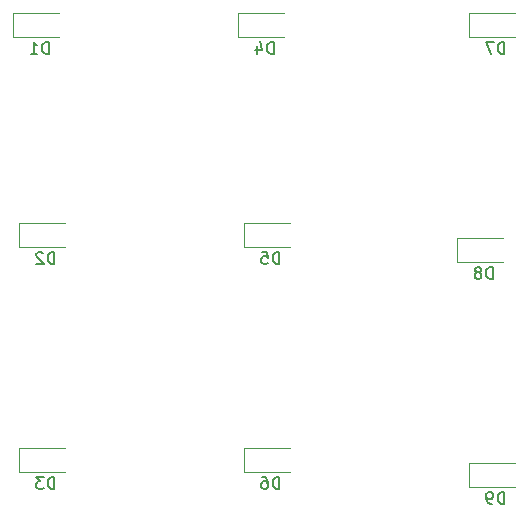
<source format=gbr>
%TF.GenerationSoftware,KiCad,Pcbnew,5.1.8*%
%TF.CreationDate,2021-01-16T11:32:51+01:00*%
%TF.ProjectId,macropad,6d616372-6f70-4616-942e-6b696361645f,rev?*%
%TF.SameCoordinates,Original*%
%TF.FileFunction,Legend,Bot*%
%TF.FilePolarity,Positive*%
%FSLAX46Y46*%
G04 Gerber Fmt 4.6, Leading zero omitted, Abs format (unit mm)*
G04 Created by KiCad (PCBNEW 5.1.8) date 2021-01-16 11:32:51*
%MOMM*%
%LPD*%
G01*
G04 APERTURE LIST*
%ADD10C,0.120000*%
%ADD11C,0.150000*%
G04 APERTURE END LIST*
D10*
%TO.C,D1*%
X89190000Y-107680000D02*
X89190000Y-105680000D01*
X89190000Y-105680000D02*
X93090000Y-105680000D01*
X89190000Y-107680000D02*
X93090000Y-107680000D01*
%TO.C,D2*%
X89672500Y-125460000D02*
X89672500Y-123460000D01*
X89672500Y-123460000D02*
X93572500Y-123460000D01*
X89672500Y-125460000D02*
X93572500Y-125460000D01*
%TO.C,D3*%
X89672500Y-144510000D02*
X89672500Y-142510000D01*
X89672500Y-142510000D02*
X93572500Y-142510000D01*
X89672500Y-144510000D02*
X93572500Y-144510000D01*
%TO.C,D4*%
X108240000Y-107680000D02*
X108240000Y-105680000D01*
X108240000Y-105680000D02*
X112140000Y-105680000D01*
X108240000Y-107680000D02*
X112140000Y-107680000D01*
%TO.C,D5*%
X108722500Y-125460000D02*
X112622500Y-125460000D01*
X108722500Y-123460000D02*
X112622500Y-123460000D01*
X108722500Y-125460000D02*
X108722500Y-123460000D01*
%TO.C,D6*%
X108722500Y-144510000D02*
X108722500Y-142510000D01*
X108722500Y-142510000D02*
X112622500Y-142510000D01*
X108722500Y-144510000D02*
X112622500Y-144510000D01*
%TO.C,D7*%
X127772500Y-107680000D02*
X127772500Y-105680000D01*
X127772500Y-105680000D02*
X131672500Y-105680000D01*
X127772500Y-107680000D02*
X131672500Y-107680000D01*
%TO.C,D8*%
X126775001Y-126730000D02*
X130675001Y-126730000D01*
X126775001Y-124730000D02*
X130675001Y-124730000D01*
X126775001Y-126730000D02*
X126775001Y-124730000D01*
%TO.C,D9*%
X127772500Y-145780000D02*
X127772500Y-143780000D01*
X127772500Y-143780000D02*
X131672500Y-143780000D01*
X127772500Y-145780000D02*
X131672500Y-145780000D01*
%TO.C,D1*%
D11*
X92178095Y-109132380D02*
X92178095Y-108132380D01*
X91940000Y-108132380D01*
X91797142Y-108180000D01*
X91701904Y-108275238D01*
X91654285Y-108370476D01*
X91606666Y-108560952D01*
X91606666Y-108703809D01*
X91654285Y-108894285D01*
X91701904Y-108989523D01*
X91797142Y-109084761D01*
X91940000Y-109132380D01*
X92178095Y-109132380D01*
X90654285Y-109132380D02*
X91225714Y-109132380D01*
X90940000Y-109132380D02*
X90940000Y-108132380D01*
X91035238Y-108275238D01*
X91130476Y-108370476D01*
X91225714Y-108418095D01*
%TO.C,D2*%
X92660595Y-126912380D02*
X92660595Y-125912380D01*
X92422500Y-125912380D01*
X92279642Y-125960000D01*
X92184404Y-126055238D01*
X92136785Y-126150476D01*
X92089166Y-126340952D01*
X92089166Y-126483809D01*
X92136785Y-126674285D01*
X92184404Y-126769523D01*
X92279642Y-126864761D01*
X92422500Y-126912380D01*
X92660595Y-126912380D01*
X91708214Y-126007619D02*
X91660595Y-125960000D01*
X91565357Y-125912380D01*
X91327261Y-125912380D01*
X91232023Y-125960000D01*
X91184404Y-126007619D01*
X91136785Y-126102857D01*
X91136785Y-126198095D01*
X91184404Y-126340952D01*
X91755833Y-126912380D01*
X91136785Y-126912380D01*
%TO.C,D3*%
X92660595Y-145962380D02*
X92660595Y-144962380D01*
X92422500Y-144962380D01*
X92279642Y-145010000D01*
X92184404Y-145105238D01*
X92136785Y-145200476D01*
X92089166Y-145390952D01*
X92089166Y-145533809D01*
X92136785Y-145724285D01*
X92184404Y-145819523D01*
X92279642Y-145914761D01*
X92422500Y-145962380D01*
X92660595Y-145962380D01*
X91755833Y-144962380D02*
X91136785Y-144962380D01*
X91470119Y-145343333D01*
X91327261Y-145343333D01*
X91232023Y-145390952D01*
X91184404Y-145438571D01*
X91136785Y-145533809D01*
X91136785Y-145771904D01*
X91184404Y-145867142D01*
X91232023Y-145914761D01*
X91327261Y-145962380D01*
X91612976Y-145962380D01*
X91708214Y-145914761D01*
X91755833Y-145867142D01*
%TO.C,D4*%
X111228095Y-109132380D02*
X111228095Y-108132380D01*
X110990000Y-108132380D01*
X110847142Y-108180000D01*
X110751904Y-108275238D01*
X110704285Y-108370476D01*
X110656666Y-108560952D01*
X110656666Y-108703809D01*
X110704285Y-108894285D01*
X110751904Y-108989523D01*
X110847142Y-109084761D01*
X110990000Y-109132380D01*
X111228095Y-109132380D01*
X109799523Y-108465714D02*
X109799523Y-109132380D01*
X110037619Y-108084761D02*
X110275714Y-108799047D01*
X109656666Y-108799047D01*
%TO.C,D5*%
X111710595Y-126912380D02*
X111710595Y-125912380D01*
X111472500Y-125912380D01*
X111329642Y-125960000D01*
X111234404Y-126055238D01*
X111186785Y-126150476D01*
X111139166Y-126340952D01*
X111139166Y-126483809D01*
X111186785Y-126674285D01*
X111234404Y-126769523D01*
X111329642Y-126864761D01*
X111472500Y-126912380D01*
X111710595Y-126912380D01*
X110234404Y-125912380D02*
X110710595Y-125912380D01*
X110758214Y-126388571D01*
X110710595Y-126340952D01*
X110615357Y-126293333D01*
X110377261Y-126293333D01*
X110282023Y-126340952D01*
X110234404Y-126388571D01*
X110186785Y-126483809D01*
X110186785Y-126721904D01*
X110234404Y-126817142D01*
X110282023Y-126864761D01*
X110377261Y-126912380D01*
X110615357Y-126912380D01*
X110710595Y-126864761D01*
X110758214Y-126817142D01*
%TO.C,D6*%
X111710595Y-145962380D02*
X111710595Y-144962380D01*
X111472500Y-144962380D01*
X111329642Y-145010000D01*
X111234404Y-145105238D01*
X111186785Y-145200476D01*
X111139166Y-145390952D01*
X111139166Y-145533809D01*
X111186785Y-145724285D01*
X111234404Y-145819523D01*
X111329642Y-145914761D01*
X111472500Y-145962380D01*
X111710595Y-145962380D01*
X110282023Y-144962380D02*
X110472500Y-144962380D01*
X110567738Y-145010000D01*
X110615357Y-145057619D01*
X110710595Y-145200476D01*
X110758214Y-145390952D01*
X110758214Y-145771904D01*
X110710595Y-145867142D01*
X110662976Y-145914761D01*
X110567738Y-145962380D01*
X110377261Y-145962380D01*
X110282023Y-145914761D01*
X110234404Y-145867142D01*
X110186785Y-145771904D01*
X110186785Y-145533809D01*
X110234404Y-145438571D01*
X110282023Y-145390952D01*
X110377261Y-145343333D01*
X110567738Y-145343333D01*
X110662976Y-145390952D01*
X110710595Y-145438571D01*
X110758214Y-145533809D01*
%TO.C,D7*%
X130760595Y-109132380D02*
X130760595Y-108132380D01*
X130522500Y-108132380D01*
X130379642Y-108180000D01*
X130284404Y-108275238D01*
X130236785Y-108370476D01*
X130189166Y-108560952D01*
X130189166Y-108703809D01*
X130236785Y-108894285D01*
X130284404Y-108989523D01*
X130379642Y-109084761D01*
X130522500Y-109132380D01*
X130760595Y-109132380D01*
X129855833Y-108132380D02*
X129189166Y-108132380D01*
X129617738Y-109132380D01*
%TO.C,D8*%
X129763096Y-128182380D02*
X129763096Y-127182380D01*
X129525001Y-127182380D01*
X129382143Y-127230000D01*
X129286905Y-127325238D01*
X129239286Y-127420476D01*
X129191667Y-127610952D01*
X129191667Y-127753809D01*
X129239286Y-127944285D01*
X129286905Y-128039523D01*
X129382143Y-128134761D01*
X129525001Y-128182380D01*
X129763096Y-128182380D01*
X128620239Y-127610952D02*
X128715477Y-127563333D01*
X128763096Y-127515714D01*
X128810715Y-127420476D01*
X128810715Y-127372857D01*
X128763096Y-127277619D01*
X128715477Y-127230000D01*
X128620239Y-127182380D01*
X128429762Y-127182380D01*
X128334524Y-127230000D01*
X128286905Y-127277619D01*
X128239286Y-127372857D01*
X128239286Y-127420476D01*
X128286905Y-127515714D01*
X128334524Y-127563333D01*
X128429762Y-127610952D01*
X128620239Y-127610952D01*
X128715477Y-127658571D01*
X128763096Y-127706190D01*
X128810715Y-127801428D01*
X128810715Y-127991904D01*
X128763096Y-128087142D01*
X128715477Y-128134761D01*
X128620239Y-128182380D01*
X128429762Y-128182380D01*
X128334524Y-128134761D01*
X128286905Y-128087142D01*
X128239286Y-127991904D01*
X128239286Y-127801428D01*
X128286905Y-127706190D01*
X128334524Y-127658571D01*
X128429762Y-127610952D01*
%TO.C,D9*%
X130760595Y-147232380D02*
X130760595Y-146232380D01*
X130522500Y-146232380D01*
X130379642Y-146280000D01*
X130284404Y-146375238D01*
X130236785Y-146470476D01*
X130189166Y-146660952D01*
X130189166Y-146803809D01*
X130236785Y-146994285D01*
X130284404Y-147089523D01*
X130379642Y-147184761D01*
X130522500Y-147232380D01*
X130760595Y-147232380D01*
X129712976Y-147232380D02*
X129522500Y-147232380D01*
X129427261Y-147184761D01*
X129379642Y-147137142D01*
X129284404Y-146994285D01*
X129236785Y-146803809D01*
X129236785Y-146422857D01*
X129284404Y-146327619D01*
X129332023Y-146280000D01*
X129427261Y-146232380D01*
X129617738Y-146232380D01*
X129712976Y-146280000D01*
X129760595Y-146327619D01*
X129808214Y-146422857D01*
X129808214Y-146660952D01*
X129760595Y-146756190D01*
X129712976Y-146803809D01*
X129617738Y-146851428D01*
X129427261Y-146851428D01*
X129332023Y-146803809D01*
X129284404Y-146756190D01*
X129236785Y-146660952D01*
%TD*%
M02*

</source>
